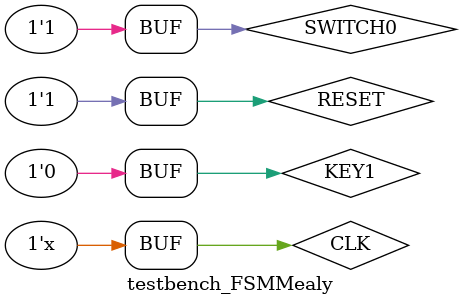
<source format=v>



`timescale 1ns/1ns

module testbench_FSMMealy();
	reg CLK;
	reg RESET;
	reg INPUT;
	reg KEY1;
	reg SWITCH0; 
	wire [2:0] CURRENT_STATE, NEXT_STATE;
	wire S_OUT;
	wire [5:0] COUNT_Z;
	



FSM uut(.clock(CLK),
		.reset(RESET),
		.key1(KEY1),
		.switch0(SWITCH0),
		//.sequential_input(INPUT),
		.current_state(CURRENT_STATE),
		.next_state(NEXT_STATE),
		.success_output(S_OUT),
		.count_z(COUNT_Z)
		);


parameter start    = 3'b000,
          first    = 3'b001,
          second   = 3'b011,
          third    = 3'b010,
          delay    = 3'b110,
          successD = 3'b111,
          success  = 3'b101;


// Simulation commands
		// initialize clk to 1'b0

	initial begin
	 
		CLK = 0;

		end


	//Toggle CLK
	always 
		begin 			
			#1 CLK <= ~CLK;
		end


	//INPUT Commands
	initial begin
		RESET <= 1; 
		
    //111111111
		SWITCH0 <= 1; #10;
		KEY1    <= 0; #10;
		KEY1    <= 1; #10;
	  KEY1    <= 0; #10; 
    //111111111
		KEY1 <= 0; #10;
		KEY1 <= 1; #10;
	  KEY1 <= 0; #10; 
    //111111111
		KEY1 <= 0; #10;
		KEY1 <= 1; #10;
	  KEY1 <= 0; #10;
	  
	  
	  
    //00000000000
		SWITCH0 <= 0; #10;
		KEY1    <= 0; #10;
		KEY1    <= 1; #10;
	  KEY1    <= 0; #10; 
    //00000000000
		KEY1 <= 0; #10;
		KEY1 <= 1; #10;
	  KEY1 <= 0; #10; 
	  
    //000000000
		KEY1 <= 0; #10;
		KEY1 <= 1; #10;
	  KEY1 <= 0; #10; 
	  
    //111111111
		SWITCH0 <= 1; #10;
		KEY1    <= 0; #10;
		KEY1    <= 1; #10;
	  KEY1    <= 0; #10; 
    //111111111
		KEY1 <= 0; #10;
		KEY1 <= 1; #10;
	  KEY1 <= 0; #10; 
    //111111111
		KEY1 <= 0; #10;
		KEY1 <= 1; #10;
	  KEY1 <= 0; #10; 
  
    //00000000000
		SWITCH0 <= 0; #10;
		KEY1    <= 0; #10;
		KEY1    <= 1; #10;
	  KEY1    <= 0; #10; 
	  
	  //111111111
		SWITCH0 <= 1; #10;
		KEY1    <= 0; #10;
		KEY1    <= 1; #10;
	  KEY1    <= 0; #10; 
    //111111111
		KEY1 <= 0; #10;
		KEY1 <= 1; #10;
	  KEY1 <= 0; #10; 
    //111111111
		KEY1 <= 0; #10;
		KEY1 <= 1; #10;
	  KEY1 <= 0; #10;
    
    //00000000000
		SWITCH0 <= 0; #10;
		KEY1    <= 0; #10;
		KEY1    <= 1; #10;
	  KEY1    <= 0; #10; 
  
  
  
  
  
  	  //111111111
		SWITCH0 <= 1; #10;
		KEY1    <= 0; #10;
		KEY1    <= 1; #10;
	  KEY1    <= 0; #10; 
    //111111111
		KEY1 <= 0; #10;
		KEY1 <= 1; #10;
	  KEY1 <= 0; #10; 
    //111111111
		KEY1 <= 0; #10;
		KEY1 <= 1; #10;
	  KEY1 <= 0; #10;
	  	  //111111111
		SWITCH0 <= 1; #10;
		KEY1    <= 0; #10;
		KEY1    <= 1; #10;
	  KEY1    <= 0; #10; 
    //111111111
		KEY1 <= 0; #10;
		KEY1 <= 1; #10;
	  KEY1 <= 0; #10; 
    //111111111
		KEY1 <= 0; #10;
		KEY1 <= 1; #10;
	  KEY1 <= 0; #10;
	  	  //111111111
		SWITCH0 <= 1; #10;
		KEY1    <= 0; #10;
		KEY1    <= 1; #10;
	  KEY1    <= 0; #10; 
    //111111111
		KEY1 <= 0; #10;
		KEY1 <= 1; #10;
	  KEY1 <= 0; #10; 

  
  


		end

	endmodule

</source>
